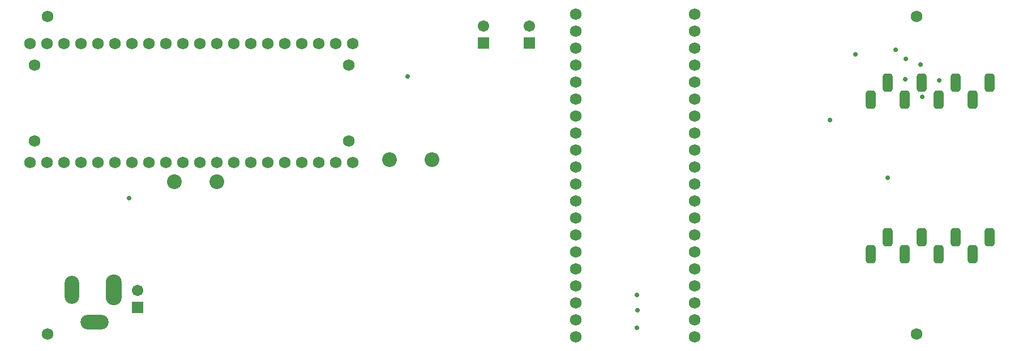
<source format=gbs>
%FSLAX24Y24*%
%MOIN*%
G70*
G01*
G75*
G04 Layer_Color=16711935*
G04:AMPARAMS|DCode=10|XSize=100mil|YSize=50mil|CornerRadius=12.5mil|HoleSize=0mil|Usage=FLASHONLY|Rotation=90.000|XOffset=0mil|YOffset=0mil|HoleType=Round|Shape=RoundedRectangle|*
%AMROUNDEDRECTD10*
21,1,0.1000,0.0250,0,0,90.0*
21,1,0.0750,0.0500,0,0,90.0*
1,1,0.0250,0.0125,0.0375*
1,1,0.0250,0.0125,-0.0375*
1,1,0.0250,-0.0125,-0.0375*
1,1,0.0250,-0.0125,0.0375*
%
%ADD10ROUNDEDRECTD10*%
%ADD11R,0.2000X0.1500*%
%ADD12R,0.1181X0.0457*%
%ADD13R,0.1181X0.0787*%
%ADD14R,0.3937X0.2756*%
%ADD15C,0.0197*%
%ADD16C,0.0100*%
%ADD17C,0.0200*%
%ADD18C,0.0100*%
%ADD19C,0.0200*%
%ADD20C,0.0591*%
%ADD21R,0.0591X0.0591*%
%ADD22O,0.0787X0.1575*%
%ADD23O,0.1575X0.0787*%
%ADD24O,0.0866X0.1732*%
%ADD25C,0.0600*%
%ADD26C,0.0787*%
%ADD27C,0.0079*%
%ADD28C,0.0300*%
%ADD29C,0.0090*%
%ADD30C,0.0020*%
%ADD31C,0.0118*%
%ADD32C,0.0059*%
%ADD33C,0.0070*%
G04:AMPARAMS|DCode=34|XSize=108mil|YSize=58mil|CornerRadius=16.5mil|HoleSize=0mil|Usage=FLASHONLY|Rotation=90.000|XOffset=0mil|YOffset=0mil|HoleType=Round|Shape=RoundedRectangle|*
%AMROUNDEDRECTD34*
21,1,0.1080,0.0250,0,0,90.0*
21,1,0.0750,0.0580,0,0,90.0*
1,1,0.0330,0.0125,0.0375*
1,1,0.0330,0.0125,-0.0375*
1,1,0.0330,-0.0125,-0.0375*
1,1,0.0330,-0.0125,0.0375*
%
%ADD34ROUNDEDRECTD34*%
%ADD35R,0.2080X0.1580*%
%ADD36R,0.1261X0.0537*%
%ADD37R,0.1261X0.0867*%
%ADD38R,0.4017X0.2836*%
%ADD39C,0.0280*%
%ADD40C,0.0671*%
%ADD41R,0.0671X0.0671*%
%ADD42O,0.0867X0.1655*%
%ADD43O,0.1655X0.0867*%
%ADD44O,0.0946X0.1812*%
%ADD45C,0.0680*%
%ADD46C,0.0867*%
D34*
X48470Y13800D02*
D03*
X50470D02*
D03*
X52470D02*
D03*
X54470D02*
D03*
X49470Y14800D02*
D03*
X51470D02*
D03*
X53470D02*
D03*
X55470D02*
D03*
Y5694D02*
D03*
X54470Y4694D02*
D03*
X52470D02*
D03*
X50470D02*
D03*
X48470D02*
D03*
X53470Y5694D02*
D03*
X51470D02*
D03*
X49470D02*
D03*
D39*
X4821Y7992D02*
D03*
X49470Y9200D02*
D03*
X46070Y12600D02*
D03*
X50520Y14980D02*
D03*
X52520Y14930D02*
D03*
X51520Y13946D02*
D03*
X53450Y5690D02*
D03*
X47580Y16470D02*
D03*
X49930Y16730D02*
D03*
X50530Y16200D02*
D03*
X51410Y15850D02*
D03*
X34720Y340D02*
D03*
X34740Y1400D02*
D03*
X34710Y2300D02*
D03*
X21200Y15160D02*
D03*
D40*
X28380Y18110D02*
D03*
X25660D02*
D03*
X5310Y2560D02*
D03*
D41*
X28380Y17110D02*
D03*
X25660D02*
D03*
X5310Y1560D02*
D03*
D42*
X1438Y2590D02*
D03*
D43*
X2777Y700D02*
D03*
D44*
X3919Y2590D02*
D03*
D45*
X51181Y18701D02*
D03*
Y0D02*
D03*
X0D02*
D03*
Y18701D02*
D03*
X-772Y11346D02*
D03*
Y15834D02*
D03*
X17732D02*
D03*
Y11346D02*
D03*
X-1020Y10090D02*
D03*
X-20D02*
D03*
X11980D02*
D03*
X12980D02*
D03*
X13980D02*
D03*
X14980D02*
D03*
X15980D02*
D03*
X16980D02*
D03*
X17980D02*
D03*
Y17090D02*
D03*
X16980D02*
D03*
X15980D02*
D03*
X14980D02*
D03*
X13980D02*
D03*
X12980D02*
D03*
X11980D02*
D03*
X10980D02*
D03*
X9980D02*
D03*
X8980D02*
D03*
X7980D02*
D03*
X6980D02*
D03*
X5980D02*
D03*
X4980D02*
D03*
X3980D02*
D03*
X2980D02*
D03*
X1980D02*
D03*
X980D02*
D03*
X-20D02*
D03*
X-1020D02*
D03*
X980Y10090D02*
D03*
X1980D02*
D03*
X2980D02*
D03*
X3980D02*
D03*
X4980D02*
D03*
X5980D02*
D03*
X6980D02*
D03*
X7980D02*
D03*
X8980D02*
D03*
X9980D02*
D03*
X10980D02*
D03*
X38100Y16820D02*
D03*
X31100Y5820D02*
D03*
Y7820D02*
D03*
X38100Y4820D02*
D03*
Y5820D02*
D03*
Y10820D02*
D03*
Y12820D02*
D03*
Y13820D02*
D03*
Y14820D02*
D03*
Y15820D02*
D03*
Y17820D02*
D03*
Y18820D02*
D03*
X31100Y9820D02*
D03*
Y10820D02*
D03*
Y11820D02*
D03*
Y12820D02*
D03*
Y13820D02*
D03*
Y15820D02*
D03*
Y18820D02*
D03*
Y17820D02*
D03*
Y6820D02*
D03*
Y8820D02*
D03*
Y14820D02*
D03*
Y16820D02*
D03*
X38100Y11820D02*
D03*
Y9820D02*
D03*
Y8820D02*
D03*
Y7820D02*
D03*
Y6820D02*
D03*
Y3820D02*
D03*
Y2820D02*
D03*
Y1820D02*
D03*
Y820D02*
D03*
Y-180D02*
D03*
X31100D02*
D03*
Y820D02*
D03*
Y1820D02*
D03*
Y2820D02*
D03*
Y3820D02*
D03*
Y4820D02*
D03*
D46*
X9980Y8970D02*
D03*
X7480D02*
D03*
X20140Y10260D02*
D03*
X22640D02*
D03*
M02*

</source>
